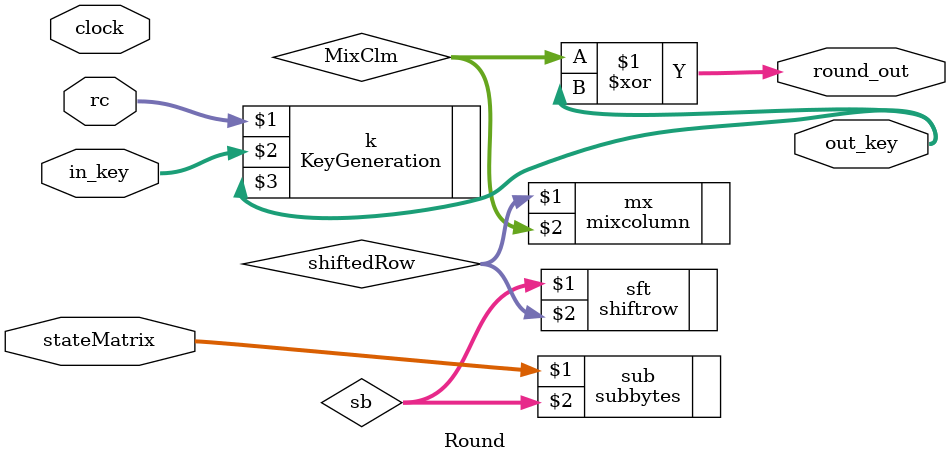
<source format=v>
`timescale 1ns / 1ps

module Round(clock, rc, stateMatrix, in_key, out_key, round_out);
    input clock;
    input [3:0] rc;
    input [127:0] stateMatrix, in_key;

    output [127:0]out_key, round_out;

    wire [127:0]  MixClm, sb ,shiftedRow;

    KeyGeneration k(rc, in_key, out_key);

    subbytes sub(stateMatrix, sb); 

    shiftrow sft(sb, shiftedRow);

    mixcolumn mx(shiftedRow, MixClm);

    assign round_out = MixClm ^ out_key;

endmodule

</source>
